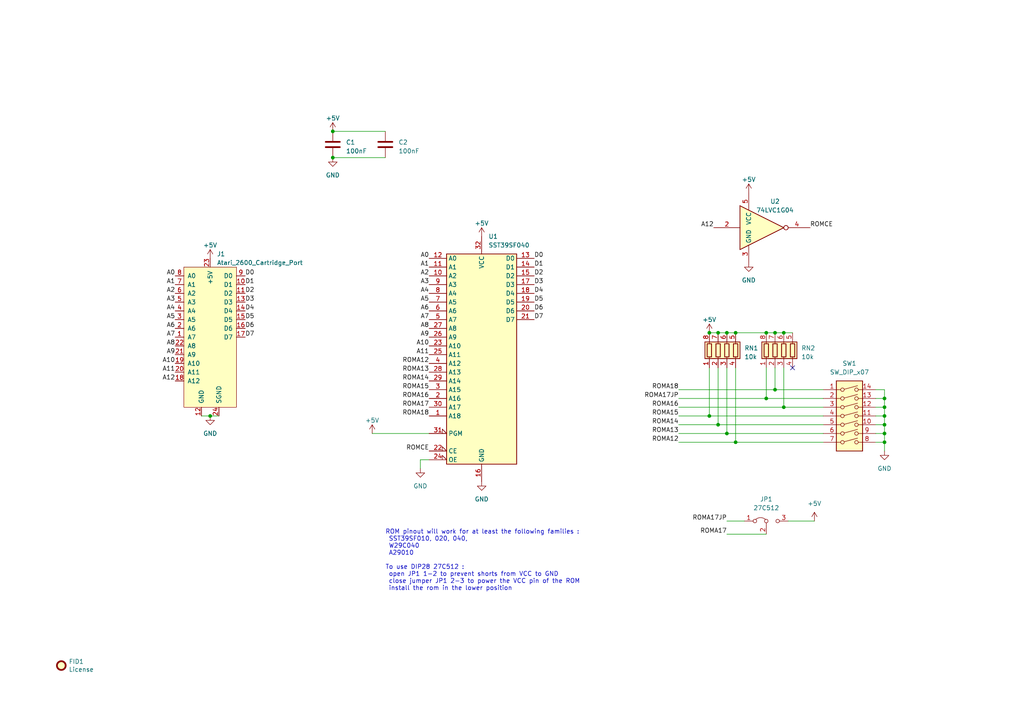
<source format=kicad_sch>
(kicad_sch (version 20230121) (generator eeschema)
  (paper "A4")
  (title_block (title "Atari 2600 Cartridge") (date "2023-05-30") (rev "0.2") (company "FLACO"))
  (lib_symbols
    (symbol "74xGxx:74LVC1G04"
      (property "Reference" "U" (at 0 7.62 0))
      (property "Value" "74LVC1G04" (at 5.08 -7.62 0))
      (symbol "74LVC1G04_0_1"
        (polyline (pts (xy -7.62 6.35) (xy -7.62 -6.35) (xy 5.08 0) (xy -7.62 6.35)) (stroke (width 0.254)) (fill (type background)))
      )
      (symbol "74LVC1G04_1_1"
        (pin input line (at -15.24 0 0) (length 7.62) (name "~") (number "2"))
        (pin power_in line (at -5.08 -10.16 90) (length 5.08) (name "GND") (number "3"))
        (pin output inverted (at 12.7 0 180) (length 7.62) (name "~") (number "4"))
        (pin power_in line (at -5.08 10.16 270) (length 5.08) (name "VCC") (number "5"))
      )
    )
    (symbol "Device:C" (pin_numbers hide) (pin_names (offset 0.254))
      (property "Reference" "C" (at 0.635 2.54 0))
      (property "Value" "C" (at 0.635 -2.54 0))
      (symbol "C_0_1"
        (polyline (pts (xy -2.032 -0.762) (xy 2.032 -0.762)) (stroke (width 0.508)))
        (polyline (pts (xy -2.032 0.762) (xy 2.032 0.762)) (stroke (width 0.508)))
      )
      (symbol "C_1_1"
        (pin passive line (at 0 3.81 270) (length 2.794) (name "~") (number "1"))
        (pin passive line (at 0 -3.81 90) (length 2.794) (name "~") (number "2"))
      )
    )
    (symbol "Device:R_Pack04" (pin_names (offset 0) hide)
      (property "Reference" "RN" (at -7.62 0 90))
      (property "Value" "R_Pack04" (at 5.08 0 90))
      (symbol "R_Pack04_0_1"
        (rectangle (start -6.35 -2.413) (end 3.81 2.413) (stroke (width 0.254)) (fill (type background)))
        (rectangle (start -5.715 1.905) (end -4.445 -1.905) (stroke (width 0.254)))
        (rectangle (start -3.175 1.905) (end -1.905 -1.905) (stroke (width 0.254)))
        (rectangle (start -0.635 1.905) (end 0.635 -1.905) (stroke (width 0.254)))
        (polyline (pts (xy -5.08 -2.54) (xy -5.08 -1.905)))
        (polyline (pts (xy -5.08 1.905) (xy -5.08 2.54)))
        (polyline (pts (xy -2.54 -2.54) (xy -2.54 -1.905)))
        (polyline (pts (xy -2.54 1.905) (xy -2.54 2.54)))
        (polyline (pts (xy 0 -2.54) (xy 0 -1.905)))
        (polyline (pts (xy 0 1.905) (xy 0 2.54)))
        (polyline (pts (xy 2.54 -2.54) (xy 2.54 -1.905)))
        (polyline (pts (xy 2.54 1.905) (xy 2.54 2.54)))
        (rectangle (start 1.905 1.905) (end 3.175 -1.905) (stroke (width 0.254)))
      )
      (symbol "R_Pack04_1_1"
        (pin passive line (at -5.08 -5.08 90) (length 2.54) (name "R1.1") (number "1"))
        (pin passive line (at -2.54 -5.08 90) (length 2.54) (name "R2.1") (number "2"))
        (pin passive line (at 0 -5.08 90) (length 2.54) (name "R3.1") (number "3"))
        (pin passive line (at 2.54 -5.08 90) (length 2.54) (name "R4.1") (number "4"))
        (pin passive line (at 2.54 5.08 270) (length 2.54) (name "R4.2") (number "5"))
        (pin passive line (at 0 5.08 270) (length 2.54) (name "R3.2") (number "6"))
        (pin passive line (at -2.54 5.08 270) (length 2.54) (name "R2.2") (number "7"))
        (pin passive line (at -5.08 5.08 270) (length 2.54) (name "R1.2") (number "8"))
      )
    )
    (symbol "Jumper:Jumper_3_Bridged12" (pin_names (offset 0) hide)
      (property "Reference" "JP" (at -2.54 -2.54 0))
      (property "Value" "Jumper_3_Bridged12" (at 0 2.794 0))
      (symbol "Jumper_3_Bridged12_0_0"
        (circle (center -3.302 0) (radius 0.508))
        (circle (center 0 0) (radius 0.508))
        (circle (center 3.302 0) (radius 0.508))
      )
      (symbol "Jumper_3_Bridged12_0_1"
        (arc (start -0.254 0.508) (mid -1.651 0.9912) (end -3.048 0.508))
        (polyline (pts (xy 0 -1.27) (xy 0 -0.508)))
      )
      (symbol "Jumper_3_Bridged12_1_1"
        (pin passive line (at -6.35 0 0) (length 2.54) (name "A") (number "1"))
        (pin passive line (at 0 -3.81 90) (length 2.54) (name "C") (number "2"))
        (pin passive line (at 6.35 0 180) (length 2.54) (name "B") (number "3"))
      )
    )
    (symbol "Mechanical:Fiducial"
      (property "Reference" "FID" (at 0 5.08 0))
      (property "Value" "Fiducial" (at 0 3.175 0))
      (symbol "Fiducial_0_1"
        (circle (center 0 0) (radius 1.27) (stroke (width 0.508)) (fill (type background)))
      )
    )
    (symbol "Memory_Flash:SST39SF040"
      (property "Reference" "U" (at 2.54 33.02 0))
      (property "Value" "SST39SF040" (at 0 -30.48 0))
      (symbol "SST39SF040_0_0"
        (pin power_in line (at 0 -34.29 90) (length 5.08) (name "GND") (number "16"))
        (pin power_in line (at 0 36.83 270) (length 5.08) (name "VCC") (number "32"))
      )
      (symbol "SST39SF040_0_1"
        (rectangle (start -10.16 31.75) (end 10.16 -29.21) (stroke (width 0.254)) (fill (type background)))
      )
      (symbol "SST39SF040_1_1"
        (pin input line (at -15.24 -15.24 0) (length 5.08) (name "A18") (number "1"))
        (pin input line (at -15.24 25.4 0) (length 5.08) (name "A2") (number "10"))
        (pin input line (at -15.24 27.94 0) (length 5.08) (name "A1") (number "11"))
        (pin input line (at -15.24 30.48 0) (length 5.08) (name "A0") (number "12"))
        (pin tri_state line (at 15.24 30.48 180) (length 5.08) (name "D0") (number "13"))
        (pin tri_state line (at 15.24 27.94 180) (length 5.08) (name "D1") (number "14"))
        (pin tri_state line (at 15.24 25.4 180) (length 5.08) (name "D2") (number "15"))
        (pin tri_state line (at 15.24 22.86 180) (length 5.08) (name "D3") (number "17"))
        (pin tri_state line (at 15.24 20.32 180) (length 5.08) (name "D4") (number "18"))
        (pin tri_state line (at 15.24 17.78 180) (length 5.08) (name "D5") (number "19"))
        (pin input line (at -15.24 -10.16 0) (length 5.08) (name "A16") (number "2"))
        (pin tri_state line (at 15.24 15.24 180) (length 5.08) (name "D6") (number "20"))
        (pin tri_state line (at 15.24 12.7 180) (length 5.08) (name "D7") (number "21"))
        (pin input input_low (at -15.24 -25.4 0) (length 5.08) (name "CE") (number "22"))
        (pin input line (at -15.24 5.08 0) (length 5.08) (name "A10") (number "23"))
        (pin input input_low (at -15.24 -27.94 0) (length 5.08) (name "OE") (number "24"))
        (pin input line (at -15.24 2.54 0) (length 5.08) (name "A11") (number "25"))
        (pin input line (at -15.24 7.62 0) (length 5.08) (name "A9") (number "26"))
        (pin input line (at -15.24 10.16 0) (length 5.08) (name "A8") (number "27"))
        (pin input line (at -15.24 -2.54 0) (length 5.08) (name "A13") (number "28"))
        (pin input line (at -15.24 -5.08 0) (length 5.08) (name "A14") (number "29"))
        (pin input line (at -15.24 -7.62 0) (length 5.08) (name "A15") (number "3"))
        (pin input line (at -15.24 -12.7 0) (length 5.08) (name "A17") (number "30"))
        (pin input input_low (at -15.24 -20.32 0) (length 5.08) (name "PGM") (number "31"))
        (pin input line (at -15.24 0 0) (length 5.08) (name "A12") (number "4"))
        (pin input line (at -15.24 12.7 0) (length 5.08) (name "A7") (number "5"))
        (pin input line (at -15.24 15.24 0) (length 5.08) (name "A6") (number "6"))
        (pin input line (at -15.24 17.78 0) (length 5.08) (name "A5") (number "7"))
        (pin input line (at -15.24 20.32 0) (length 5.08) (name "A4") (number "8"))
        (pin input line (at -15.24 22.86 0) (length 5.08) (name "A3") (number "9"))
      )
    )
    (symbol "Sassa:Atari2600_Cartridge_Port" (pin_names (offset 1.016))
      (property "Reference" "J" (at 2.54 24.13 0))
      (property "Value" "Atari_2600_Cartridge_Port" (at 13.97 21.59 0))
      (symbol "Atari2600_Cartridge_Port_0_1"
        (rectangle (start 7.62 20.32) (end -7.62 -20.32) (fill (type background)))
      )
      (symbol "Atari2600_Cartridge_Port_1_0"
        (pin power_out line (at 0 22.86 270) (length 2.54) (name "+5V") (number "23"))
      )
      (symbol "Atari2600_Cartridge_Port_1_1"
        (pin output line (at -10.16 0 0) (length 2.54) (name "A7") (number "1"))
        (pin input line (at 10.16 15.24 180) (length 2.54) (name "D1") (number "10"))
        (pin input line (at 10.16 12.7 180) (length 2.54) (name "D2") (number "11"))
        (pin power_out line (at -2.54 -22.86 90) (length 2.54) (name "GND") (number "12"))
        (pin input line (at 10.16 10.16 180) (length 2.54) (name "D3") (number "13"))
        (pin input line (at 10.16 7.62 180) (length 2.54) (name "D4") (number "14"))
        (pin input line (at 10.16 5.08 180) (length 2.54) (name "D5") (number "15"))
        (pin input line (at 10.16 2.54 180) (length 2.54) (name "D6") (number "16"))
        (pin input line (at 10.16 0 180) (length 2.54) (name "D7") (number "17"))
        (pin output line (at -10.16 -12.7 0) (length 2.54) (name "A12") (number "18"))
        (pin output line (at -10.16 -7.62 0) (length 2.54) (name "A10") (number "19"))
        (pin output line (at -10.16 2.54 0) (length 2.54) (name "A6") (number "2"))
        (pin output line (at -10.16 -10.16 0) (length 2.54) (name "A11") (number "20"))
        (pin output line (at -10.16 -5.08 0) (length 2.54) (name "A9") (number "21"))
        (pin output line (at -10.16 -2.54 0) (length 2.54) (name "A8") (number "22"))
        (pin power_in line (at 2.54 -22.86 90) (length 2.54) (name "SGND") (number "24"))
        (pin output line (at -10.16 5.08 0) (length 2.54) (name "A5") (number "3"))
        (pin output line (at -10.16 7.62 0) (length 2.54) (name "A4") (number "4"))
        (pin output line (at -10.16 10.16 0) (length 2.54) (name "A3") (number "5"))
        (pin output line (at -10.16 12.7 0) (length 2.54) (name "A2") (number "6"))
        (pin output line (at -10.16 15.24 0) (length 2.54) (name "A1") (number "7"))
        (pin output line (at -10.16 17.78 0) (length 2.54) (name "A0") (number "8"))
        (pin input line (at 10.16 17.78 180) (length 2.54) (name "D0") (number "9"))
      )
    )
    (symbol "Switch:SW_DIP_x07" (pin_names (offset 0) hide)
      (property "Reference" "SW" (at 0 13.97 0))
      (property "Value" "SW_DIP_x07" (at 0 -8.89 0))
      (symbol "SW_DIP_x07_0_0"
        (circle (center -2.032 -5.08) (radius 0.508))
        (circle (center -2.032 -2.54) (radius 0.508))
        (circle (center -2.032 0) (radius 0.508))
        (circle (center -2.032 2.54) (radius 0.508))
        (circle (center -2.032 5.08) (radius 0.508))
        (circle (center -2.032 7.62) (radius 0.508))
        (circle (center -2.032 10.16) (radius 0.508))
        (polyline (pts (xy -1.524 -4.9276) (xy 2.3622 -3.8862)))
        (polyline (pts (xy -1.524 -2.3876) (xy 2.3622 -1.3462)))
        (polyline (pts (xy -1.524 0.127) (xy 2.3622 1.1684)))
        (polyline (pts (xy -1.524 2.667) (xy 2.3622 3.7084)))
        (polyline (pts (xy -1.524 5.207) (xy 2.3622 6.2484)))
        (polyline (pts (xy -1.524 7.747) (xy 2.3622 8.7884)))
        (polyline (pts (xy -1.524 10.287) (xy 2.3622 11.3284)))
        (circle (center 2.032 -5.08) (radius 0.508))
        (circle (center 2.032 -2.54) (radius 0.508))
        (circle (center 2.032 0) (radius 0.508))
        (circle (center 2.032 2.54) (radius 0.508))
        (circle (center 2.032 5.08) (radius 0.508))
        (circle (center 2.032 7.62) (radius 0.508))
        (circle (center 2.032 10.16) (radius 0.508))
      )
      (symbol "SW_DIP_x07_0_1"
        (rectangle (start -3.81 12.7) (end 3.81 -7.62) (stroke (width 0.254)) (fill (type background)))
      )
      (symbol "SW_DIP_x07_1_1"
        (pin passive line (at -7.62 10.16 0) (length 5.08) (name "~") (number "1"))
        (pin passive line (at 7.62 0 180) (length 5.08) (name "~") (number "10"))
        (pin passive line (at 7.62 2.54 180) (length 5.08) (name "~") (number "11"))
        (pin passive line (at 7.62 5.08 180) (length 5.08) (name "~") (number "12"))
        (pin passive line (at 7.62 7.62 180) (length 5.08) (name "~") (number "13"))
        (pin passive line (at 7.62 10.16 180) (length 5.08) (name "~") (number "14"))
        (pin passive line (at -7.62 7.62 0) (length 5.08) (name "~") (number "2"))
        (pin passive line (at -7.62 5.08 0) (length 5.08) (name "~") (number "3"))
        (pin passive line (at -7.62 2.54 0) (length 5.08) (name "~") (number "4"))
        (pin passive line (at -7.62 0 0) (length 5.08) (name "~") (number "5"))
        (pin passive line (at -7.62 -2.54 0) (length 5.08) (name "~") (number "6"))
        (pin passive line (at -7.62 -5.08 0) (length 5.08) (name "~") (number "7"))
        (pin passive line (at 7.62 -5.08 180) (length 5.08) (name "~") (number "8"))
        (pin passive line (at 7.62 -2.54 180) (length 5.08) (name "~") (number "9"))
      )
    )
    (symbol "power:+5V" (power) (pin_names (offset 0))
      (property "Value" "+5V" (at 0 3.556 0))
      (symbol "+5V_0_1"
        (polyline (pts (xy -0.762 1.27) (xy 0 2.54)))
        (polyline (pts (xy 0 0) (xy 0 2.54)))
        (polyline (pts (xy 0 2.54) (xy 0.762 1.27)))
      )
      (symbol "+5V_1_1"
        (pin power_in line (at 0 0 90) (length 0) hide (name "+5V") (number "1"))
      )
    )
    (symbol "power:GND" (power) (pin_names (offset 0))
      (property "Value" "GND" (at 0 -3.81 0))
      (symbol "GND_0_1"
        (polyline (pts (xy 0 0) (xy 0 -1.27) (xy 1.27 -1.27) (xy 0 -2.54) (xy -1.27 -1.27) (xy 0 -1.27)))
      )
      (symbol "GND_1_1"
        (pin power_in line (at 0 0 270) (length 0) hide (name "GND") (number "1"))
      )
    )
  )
  (junction (at 213.36 96.52))
  (junction (at 210.82 96.52))
  (junction (at 96.52 38.1))
  (junction (at 213.36 128.27))
  (junction (at 96.52 45.72))
  (junction (at 256.54 128.27))
  (junction (at 205.74 96.52))
  (junction (at 205.74 120.65))
  (junction (at 222.25 115.57))
  (junction (at 256.54 120.65))
  (junction (at 256.54 115.57))
  (junction (at 208.28 96.52))
  (junction (at 222.25 96.52))
  (junction (at 224.79 113.03))
  (junction (at 256.54 118.11))
  (junction (at 210.82 125.73))
  (junction (at 256.54 125.73))
  (junction (at 227.33 118.11))
  (junction (at 208.28 123.19))
  (junction (at 224.79 96.52))
  (junction (at 227.33 96.52))
  (junction (at 256.54 123.19))
  (junction (at 60.96 120.65))
  (no_connect (at 229.87 106.68))
  (wire (pts (xy 213.36 106.68) (xy 213.36 128.27)))
  (wire (pts (xy 210.82 106.68) (xy 210.82 125.73)))
  (wire (pts (xy 213.36 128.27) (xy 238.76 128.27)))
  (wire (pts (xy 208.28 123.19) (xy 196.85 123.19)))
  (wire (pts (xy 227.33 96.52) (xy 229.87 96.52)))
  (wire (pts (xy 256.54 115.57) (xy 256.54 118.11)))
  (wire (pts (xy 205.74 96.52) (xy 208.28 96.52)))
  (wire (pts (xy 96.52 45.72) (xy 111.76 45.72)))
  (wire (pts (xy 205.74 120.65) (xy 196.85 120.65)))
  (wire (pts (xy 210.82 154.94) (xy 222.25 154.94)))
  (wire (pts (xy 222.25 115.57) (xy 238.76 115.57)))
  (wire (pts (xy 254 123.19) (xy 256.54 123.19)))
  (wire (pts (xy 254 118.11) (xy 256.54 118.11)))
  (wire (pts (xy 208.28 123.19) (xy 238.76 123.19)))
  (wire (pts (xy 222.25 96.52) (xy 224.79 96.52)))
  (wire (pts (xy 254 125.73) (xy 256.54 125.73)))
  (wire (pts (xy 224.79 113.03) (xy 238.76 113.03)))
  (wire (pts (xy 210.82 151.13) (xy 215.9 151.13)))
  (wire (pts (xy 60.96 120.65) (xy 63.5 120.65)))
  (wire (pts (xy 210.82 125.73) (xy 238.76 125.73)))
  (wire (pts (xy 210.82 96.52) (xy 213.36 96.52)))
  (wire (pts (xy 256.54 123.19) (xy 256.54 125.73)))
  (wire (pts (xy 208.28 106.68) (xy 208.28 123.19)))
  (wire (pts (xy 256.54 120.65) (xy 256.54 123.19)))
  (wire (pts (xy 256.54 118.11) (xy 256.54 120.65)))
  (wire (pts (xy 254 120.65) (xy 256.54 120.65)))
  (wire (pts (xy 256.54 125.73) (xy 256.54 128.27)))
  (wire (pts (xy 227.33 106.68) (xy 227.33 118.11)))
  (wire (pts (xy 256.54 128.27) (xy 256.54 130.81)))
  (wire (pts (xy 224.79 96.52) (xy 227.33 96.52)))
  (wire (pts (xy 222.25 106.68) (xy 222.25 115.57)))
  (wire (pts (xy 58.42 120.65) (xy 60.96 120.65)))
  (wire (pts (xy 196.85 113.03) (xy 224.79 113.03)))
  (wire (pts (xy 254 115.57) (xy 256.54 115.57)))
  (wire (pts (xy 196.85 118.11) (xy 227.33 118.11)))
  (wire (pts (xy 213.36 128.27) (xy 196.85 128.27)))
  (wire (pts (xy 205.74 120.65) (xy 238.76 120.65)))
  (wire (pts (xy 196.85 115.57) (xy 222.25 115.57)))
  (wire (pts (xy 224.79 106.68) (xy 224.79 113.03)))
  (wire (pts (xy 96.52 38.1) (xy 111.76 38.1)))
  (wire (pts (xy 107.95 125.73) (xy 124.46 125.73)))
  (wire (pts (xy 213.36 96.52) (xy 222.25 96.52)))
  (wire (pts (xy 208.28 96.52) (xy 210.82 96.52)))
  (wire (pts (xy 254 128.27) (xy 256.54 128.27)))
  (wire (pts (xy 256.54 113.03) (xy 256.54 115.57)))
  (wire (pts (xy 228.6 151.13) (xy 236.22 151.13)))
  (wire (pts (xy 124.46 133.35) (xy 121.92 133.35)))
  (wire (pts (xy 121.92 133.35) (xy 121.92 135.89)))
  (wire (pts (xy 210.82 125.73) (xy 196.85 125.73)))
  (wire (pts (xy 227.33 118.11) (xy 238.76 118.11)))
  (wire (pts (xy 254 113.03) (xy 256.54 113.03)))
  (wire (pts (xy 205.74 106.68) (xy 205.74 120.65)))
  (text "ROM pinout will work for at least the following families :\n SST39SF010, 020, 040,\n W29C040\n A29010\n\nTo use DIP28 27C512 :\n open JP1 1-2 to prevent shorts from VCC to GND\n close jumper JP1 2-3 to power the VCC pin of the ROM\n install the rom in the lower position" (at 111.76 171.45 0) (effects (font (size 1.27 1.27)) (justify left bottom)))
  (label "D2" (at 71.12 85.09 0))
  (label "A5" (at 50.8 92.71 180))
  (label "ROMA17" (at 124.46 118.11 180))
  (label "D2" (at 154.94 80.01 0))
  (label "ROMA14" (at 196.85 123.19 180))
  (label "ROMA18" (at 124.46 120.65 180))
  (label "D0" (at 71.12 80.01 0))
  (label "A0" (at 124.46 74.93 180))
  (label "A10" (at 124.46 100.33 180))
  (label "A9" (at 124.46 97.79 180))
  (label "ROMA17JP" (at 210.82 151.13 180))
  (label "ROMA14" (at 124.46 110.49 180))
  (label "A0" (at 50.8 80.01 180))
  (label "D3" (at 71.12 87.63 0))
  (label "A8" (at 50.8 100.33 180))
  (label "A11" (at 124.46 102.87 180))
  (label "A12" (at 50.8 110.49 180))
  (label "A11" (at 50.8 107.95 180))
  (label "ROMCE" (at 234.95 66.04 0))
  (label "A3" (at 124.46 82.55 180))
  (label "A4" (at 50.8 90.17 180))
  (label "D5" (at 154.94 87.63 0))
  (label "ROMA15" (at 196.85 120.65 180))
  (label "ROMCE" (at 124.46 130.81 180))
  (label "ROMA12" (at 124.46 105.41 180))
  (label "D6" (at 154.94 90.17 0))
  (label "ROMA12" (at 196.85 128.27 180))
  (label "D1" (at 154.94 77.47 0))
  (label "A4" (at 124.46 85.09 180))
  (label "A12" (at 207.01 66.04 180))
  (label "D6" (at 71.12 95.25 0))
  (label "A6" (at 124.46 90.17 180))
  (label "A8" (at 124.46 95.25 180))
  (label "ROMA17" (at 210.82 154.94 180))
  (label "D4" (at 154.94 85.09 0))
  (label "D4" (at 71.12 90.17 0))
  (label "ROMA16" (at 196.85 118.11 180))
  (label "A7" (at 124.46 92.71 180))
  (label "ROMA13" (at 196.85 125.73 180))
  (label "A5" (at 124.46 87.63 180))
  (label "ROMA15" (at 124.46 113.03 180))
  (label "A1" (at 124.46 77.47 180))
  (label "A3" (at 50.8 87.63 180))
  (label "D7" (at 154.94 92.71 0))
  (label "D5" (at 71.12 92.71 0))
  (label "A1" (at 50.8 82.55 180))
  (label "A9" (at 50.8 102.87 180))
  (label "A2" (at 124.46 80.01 180))
  (label "ROMA18" (at 196.85 113.03 180))
  (label "A10" (at 50.8 105.41 180))
  (label "D7" (at 71.12 97.79 0))
  (label "A7" (at 50.8 97.79 180))
  (label "A2" (at 50.8 85.09 180))
  (label "D3" (at 154.94 82.55 0))
  (label "ROMA16" (at 124.46 115.57 180))
  (label "ROMA13" (at 124.46 107.95 180))
  (label "D1" (at 71.12 82.55 0))
  (label "D0" (at 154.94 74.93 0))
  (label "ROMA17JP" (at 196.85 115.57 180))
  (label "A6" (at 50.8 95.25 180))
  (symbol (lib_id "Device:C") (at 111.76 41.91 0) (unit 1)
    (property "Reference" "C2" (at 115.57 41.275 0) (effects (justify left)))
    (property "Value" "100nF" (at 115.57 43.815 0) (effects (justify left)))
    (property "Footprint" "Capacitor_SMD:C_0805_2012Metric" (effects hide))
  )
  (symbol (lib_id "Device:R_Pack04") (at 227.33 101.6 0) (unit 1)
    (property "Reference" "RN2" (at 232.41 100.965 0) (effects (justify left)))
    (property "Value" "10k" (at 232.41 103.505 0) (effects (justify left)))
    (property "Footprint" "Resistor_SMD:R_Array_Concave_4x0603" (effects hide))
  )
  (symbol (lib_id "power:+5V") (at 60.96 74.93 0) (unit 1)
    (property "Reference" "#PWR01" (effects hide))
    (property "Value" "+5V" (at 60.96 71.12 0))
  )
  (symbol (lib_id "power:+5V") (at 96.52 38.1 0) (unit 1)
    (property "Reference" "#PWR010" (effects hide))
    (property "Value" "+5V" (at 96.52 34.29 0))
  )
  (symbol (lib_id "power:+5V") (at 139.7 68.58 0) (unit 1)
    (property "Reference" "#PWR03" (effects hide))
    (property "Value" "+5V" (at 139.7 64.77 0))
  )
  (symbol (lib_id "power:GND") (at 256.54 130.81 0) (unit 1)
    (property "Reference" "#PWR07" (effects hide))
    (property "Value" "GND" (at 256.54 135.89 0))
  )
  (symbol (lib_id "Device:C") (at 96.52 41.91 0) (unit 1)
    (property "Reference" "C1" (at 100.33 41.275 0) (effects (justify left)))
    (property "Value" "100nF" (at 100.33 43.815 0) (effects (justify left)))
    (property "Footprint" "Capacitor_SMD:C_0805_2012Metric" (effects hide))
  )
  (symbol (lib_id "Sassa:Atari2600_Cartridge_Port") (at 60.96 97.79 0) (unit 1)
    (property "Reference" "J1" (at 62.9159 73.66 0) (effects (justify left)))
    (property "Value" "Atari_2600_Cartridge_Port" (at 62.9159 76.2 0) (effects (justify left)))
    (property "Footprint" "Sassa:Atari2600_Cartridge_2x12_P2.54mm" (effects hide))
  )
  (symbol (lib_id "power:GND") (at 217.17 76.2 0) (unit 1)
    (property "Reference" "#PWR05" (effects hide))
    (property "Value" "GND" (at 217.17 81.28 0))
  )
  (symbol (lib_id "Jumper:Jumper_3_Bridged12") (at 222.25 151.13 0) (unit 1)
    (property "Reference" "JP1" (at 222.25 144.78 0))
    (property "Value" "27C512" (at 222.25 147.32 0))
    (property "Footprint" "Jumper:SolderJumper-3_P1.3mm_Bridged12_RoundedPad1.0x1.5mm" (effects hide))
  )
  (symbol (lib_id "power:GND") (at 60.96 120.65 0) (unit 1)
    (property "Reference" "#PWR02" (effects hide))
    (property "Value" "GND" (at 60.96 125.73 0))
  )
  (symbol (lib_id "Memory_Flash:SST39SF040") (at 139.7 105.41 0) (unit 1)
    (property "Reference" "U1" (at 141.6559 68.58 0) (effects (justify left)))
    (property "Value" "SST39SF040" (at 141.6559 71.12 0) (effects (justify left)))
    (property "Footprint" "Package_DIP:DIP-32_W15.24mm" (effects hide))
    (property "Datasheet" "http://ww1.microchip.com/downloads/en/DeviceDoc/25022B.pdf" (effects hide))
  )
  (symbol (lib_id "power:+5V") (at 107.95 125.73 0) (unit 1)
    (property "Reference" "#PWR012" (effects hide))
    (property "Value" "+5V" (at 107.95 121.92 0))
  )
  (symbol (lib_id "74xGxx:74LVC1G04") (at 222.25 66.04 0) (unit 1)
    (property "Reference" "U2" (at 224.79 58.42 0))
    (property "Value" "74LVC1G04" (at 224.79 60.96 0))
    (property "Footprint" "Package_TO_SOT_SMD:SOT-23-5" (effects hide))
    (property "Datasheet" "https://www.ti.com/lit/ds/symlink/sn74lvc1g04.pdf" (effects hide))
  )
  (symbol (lib_id "power:GND") (at 139.7 139.7 0) (unit 1)
    (property "Reference" "#PWR04" (effects hide))
    (property "Value" "GND" (at 139.7 144.78 0))
  )
  (symbol (lib_id "Device:R_Pack04") (at 210.82 101.6 0) (unit 1)
    (property "Reference" "RN1" (at 215.9 100.965 0) (effects (justify left)))
    (property "Value" "10k" (at 215.9 103.505 0) (effects (justify left)))
    (property "Footprint" "Resistor_SMD:R_Array_Concave_4x0603" (effects hide))
  )
  (symbol (lib_id "Switch:SW_DIP_x07") (at 246.38 123.19 0) (unit 1)
    (property "Reference" "SW1" (at 246.38 105.41 0))
    (property "Value" "SW_DIP_x07" (at 246.38 107.95 0))
    (property "Footprint" "Button_Switch_THT:SW_DIP_SPSTx07_Slide_9.78x19.96mm_W7.62mm_P2.54mm" (effects hide))
  )
  (symbol (lib_id "Mechanical:Fiducial") (at 17.78 193.04 0) (unit 1)
    (property "Reference" "FID1" (at 19.939 191.8716 0) (effects (justify left)))
    (property "Value" "License" (at 19.939 194.183 0) (effects (justify left)))
    (property "Footprint" "Sassa:CC_BY_NC_SA_square_silkscreen" (effects hide))
  )
  (symbol (lib_id "power:+5V") (at 205.74 96.52 0) (unit 1)
    (property "Reference" "#PWR08" (effects hide))
    (property "Value" "+5V" (at 205.74 92.71 0))
  )
  (symbol (lib_id "power:GND") (at 121.92 135.89 0) (unit 1)
    (property "Reference" "#PWR09" (effects hide))
    (property "Value" "GND" (at 121.92 140.97 0))
  )
  (symbol (lib_id "power:+5V") (at 217.17 55.88 0) (unit 1)
    (property "Reference" "#PWR06" (effects hide))
    (property "Value" "+5V" (at 217.17 52.07 0))
  )
  (symbol (lib_id "power:+5V") (at 236.22 151.13 0) (unit 1)
    (property "Reference" "#PWR013" (effects hide))
    (property "Value" "+5V" (at 236.22 146.05 0))
  )
  (symbol (lib_id "power:GND") (at 96.52 45.72 0) (unit 1)
    (property "Reference" "#PWR011" (effects hide))
    (property "Value" "GND" (at 96.52 50.8 0))
  )
)
</source>
